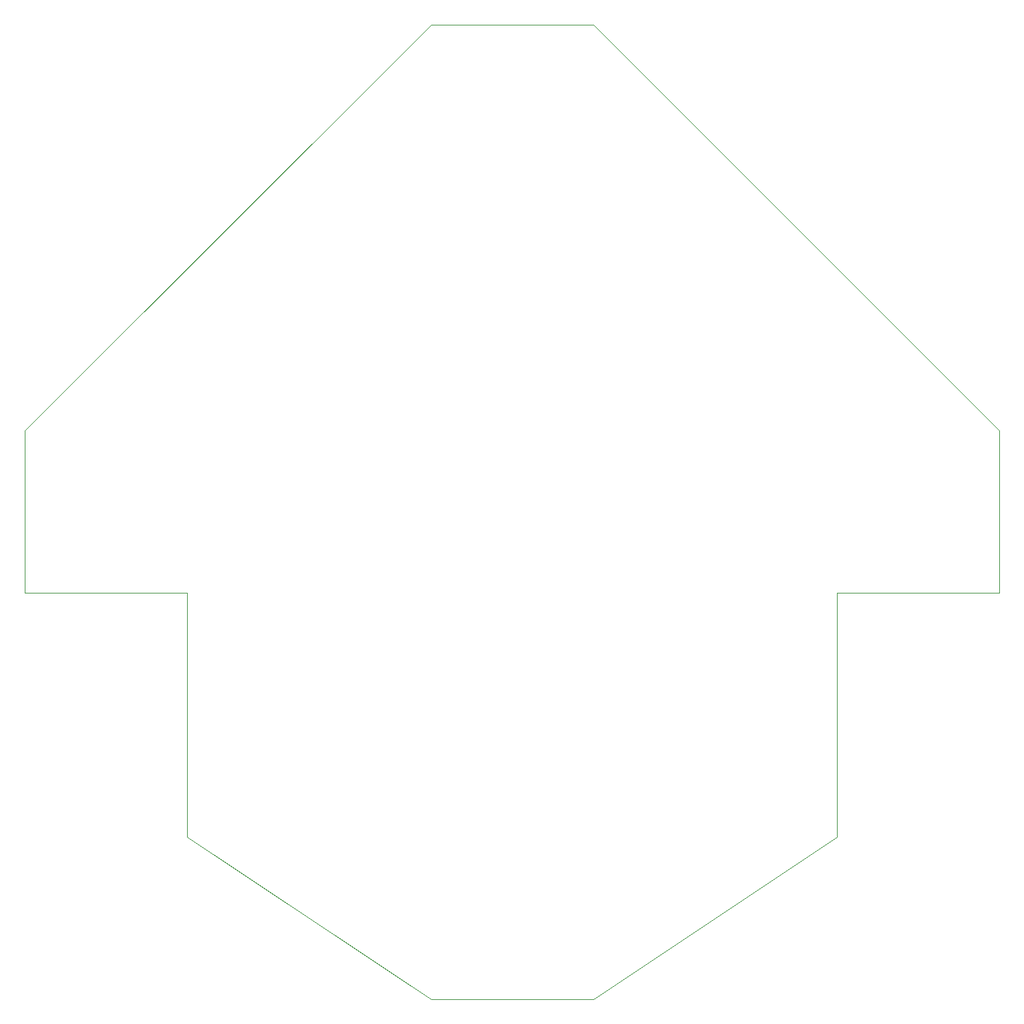
<source format=gbr>
G04 #@! TF.FileFunction,Profile,NP*
%FSLAX46Y46*%
G04 Gerber Fmt 4.6, Leading zero omitted, Abs format (unit mm)*
G04 Created by KiCad (PCBNEW 4.0.4-stable) date 11/01/16 13:58:18*
%MOMM*%
%LPD*%
G01*
G04 APERTURE LIST*
%ADD10C,0.100000*%
G04 APERTURE END LIST*
D10*
X100000000Y-170000000D02*
X100000000Y-180000000D01*
X80000000Y-170000000D02*
X100000000Y-170000000D01*
X80000000Y-150000000D02*
X80000000Y-170000000D01*
X130000000Y-100000000D02*
X80000000Y-150000000D01*
X150000000Y-100000000D02*
X130000000Y-100000000D01*
X200000000Y-150000000D02*
X150000000Y-100000000D01*
X200000000Y-170000000D02*
X200000000Y-150000000D01*
X180000000Y-170000000D02*
X200000000Y-170000000D01*
X180000000Y-200000000D02*
X180000000Y-170000000D01*
X150000000Y-220000000D02*
X180000000Y-200000000D01*
X130000000Y-220000000D02*
X150000000Y-220000000D01*
X100000000Y-200000000D02*
X130000000Y-220000000D01*
X100000000Y-180000000D02*
X100000000Y-200000000D01*
M02*

</source>
